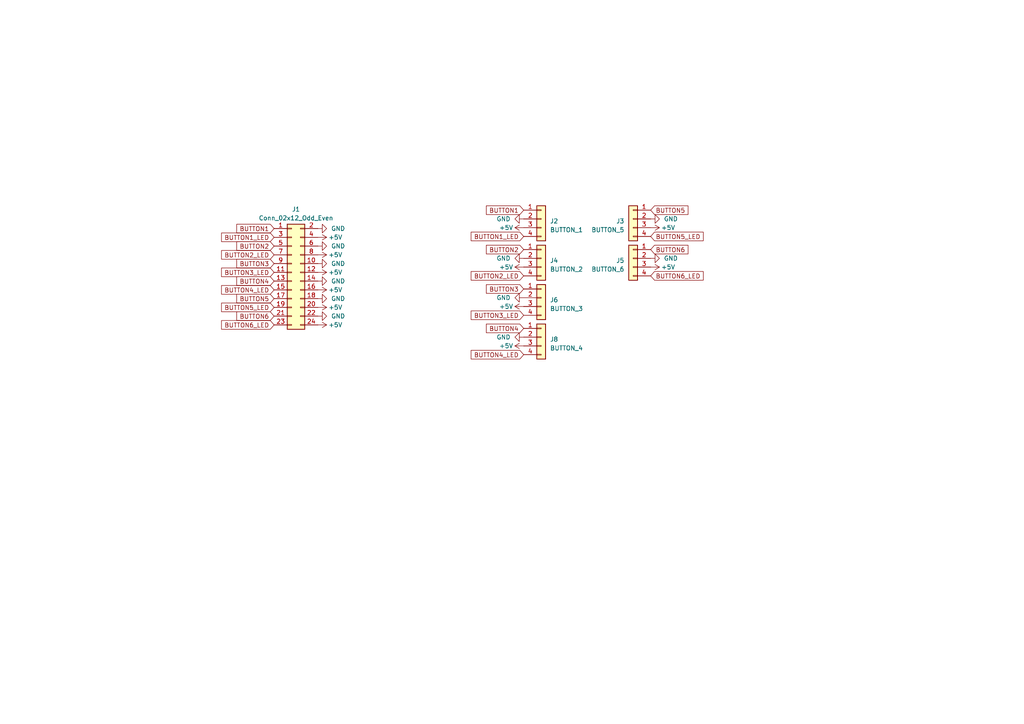
<source format=kicad_sch>
(kicad_sch (version 20230121) (generator eeschema)
  (paper "A4")
  (lib_symbols
    (symbol "Connector_Generic:Conn_01x04" (pin_names (offset 1.016) hide)
      (property "Reference" "J" (at 0 5.08 0))
      (property "Value" "Conn_01x04" (at 0 -7.62 0))
      (symbol "Conn_01x04_1_1"
        (rectangle (start -1.27 -4.953) (end 0 -5.207) (stroke (width 0.1524)))
        (rectangle (start -1.27 -2.413) (end 0 -2.667) (stroke (width 0.1524)))
        (rectangle (start -1.27 0.127) (end 0 -0.127) (stroke (width 0.1524)))
        (rectangle (start -1.27 2.667) (end 0 2.413) (stroke (width 0.1524)))
        (rectangle (start -1.27 3.81) (end 1.27 -6.35) (stroke (width 0.254)) (fill (type background)))
        (pin passive line (at -5.08 2.54 0) (length 3.81) (name "Pin_1") (number "1"))
        (pin passive line (at -5.08 0 0) (length 3.81) (name "Pin_2") (number "2"))
        (pin passive line (at -5.08 -2.54 0) (length 3.81) (name "Pin_3") (number "3"))
        (pin passive line (at -5.08 -5.08 0) (length 3.81) (name "Pin_4") (number "4"))
      )
    )
    (symbol "Connector_Generic:Conn_02x12_Odd_Even" (pin_names (offset 1.016) hide)
      (property "Reference" "J" (at 1.27 15.24 0))
      (property "Value" "Conn_02x12_Odd_Even" (at 1.27 -17.78 0))
      (symbol "Conn_02x12_Odd_Even_1_1"
        (rectangle (start -1.27 -15.113) (end 0 -15.367) (stroke (width 0.1524)))
        (rectangle (start -1.27 -12.573) (end 0 -12.827) (stroke (width 0.1524)))
        (rectangle (start -1.27 -10.033) (end 0 -10.287) (stroke (width 0.1524)))
        (rectangle (start -1.27 -7.493) (end 0 -7.747) (stroke (width 0.1524)))
        (rectangle (start -1.27 -4.953) (end 0 -5.207) (stroke (width 0.1524)))
        (rectangle (start -1.27 -2.413) (end 0 -2.667) (stroke (width 0.1524)))
        (rectangle (start -1.27 0.127) (end 0 -0.127) (stroke (width 0.1524)))
        (rectangle (start -1.27 2.667) (end 0 2.413) (stroke (width 0.1524)))
        (rectangle (start -1.27 5.207) (end 0 4.953) (stroke (width 0.1524)))
        (rectangle (start -1.27 7.747) (end 0 7.493) (stroke (width 0.1524)))
        (rectangle (start -1.27 10.287) (end 0 10.033) (stroke (width 0.1524)))
        (rectangle (start -1.27 12.827) (end 0 12.573) (stroke (width 0.1524)))
        (rectangle (start -1.27 13.97) (end 3.81 -16.51) (stroke (width 0.254)) (fill (type background)))
        (rectangle (start 3.81 -15.113) (end 2.54 -15.367) (stroke (width 0.1524)))
        (rectangle (start 3.81 -12.573) (end 2.54 -12.827) (stroke (width 0.1524)))
        (rectangle (start 3.81 -10.033) (end 2.54 -10.287) (stroke (width 0.1524)))
        (rectangle (start 3.81 -7.493) (end 2.54 -7.747) (stroke (width 0.1524)))
        (rectangle (start 3.81 -4.953) (end 2.54 -5.207) (stroke (width 0.1524)))
        (rectangle (start 3.81 -2.413) (end 2.54 -2.667) (stroke (width 0.1524)))
        (rectangle (start 3.81 0.127) (end 2.54 -0.127) (stroke (width 0.1524)))
        (rectangle (start 3.81 2.667) (end 2.54 2.413) (stroke (width 0.1524)))
        (rectangle (start 3.81 5.207) (end 2.54 4.953) (stroke (width 0.1524)))
        (rectangle (start 3.81 7.747) (end 2.54 7.493) (stroke (width 0.1524)))
        (rectangle (start 3.81 10.287) (end 2.54 10.033) (stroke (width 0.1524)))
        (rectangle (start 3.81 12.827) (end 2.54 12.573) (stroke (width 0.1524)))
        (pin passive line (at -5.08 12.7 0) (length 3.81) (name "Pin_1") (number "1"))
        (pin passive line (at 7.62 2.54 180) (length 3.81) (name "Pin_10") (number "10"))
        (pin passive line (at -5.08 0 0) (length 3.81) (name "Pin_11") (number "11"))
        (pin passive line (at 7.62 0 180) (length 3.81) (name "Pin_12") (number "12"))
        (pin passive line (at -5.08 -2.54 0) (length 3.81) (name "Pin_13") (number "13"))
        (pin passive line (at 7.62 -2.54 180) (length 3.81) (name "Pin_14") (number "14"))
        (pin passive line (at -5.08 -5.08 0) (length 3.81) (name "Pin_15") (number "15"))
        (pin passive line (at 7.62 -5.08 180) (length 3.81) (name "Pin_16") (number "16"))
        (pin passive line (at -5.08 -7.62 0) (length 3.81) (name "Pin_17") (number "17"))
        (pin passive line (at 7.62 -7.62 180) (length 3.81) (name "Pin_18") (number "18"))
        (pin passive line (at -5.08 -10.16 0) (length 3.81) (name "Pin_19") (number "19"))
        (pin passive line (at 7.62 12.7 180) (length 3.81) (name "Pin_2") (number "2"))
        (pin passive line (at 7.62 -10.16 180) (length 3.81) (name "Pin_20") (number "20"))
        (pin passive line (at -5.08 -12.7 0) (length 3.81) (name "Pin_21") (number "21"))
        (pin passive line (at 7.62 -12.7 180) (length 3.81) (name "Pin_22") (number "22"))
        (pin passive line (at -5.08 -15.24 0) (length 3.81) (name "Pin_23") (number "23"))
        (pin passive line (at 7.62 -15.24 180) (length 3.81) (name "Pin_24") (number "24"))
        (pin passive line (at -5.08 10.16 0) (length 3.81) (name "Pin_3") (number "3"))
        (pin passive line (at 7.62 10.16 180) (length 3.81) (name "Pin_4") (number "4"))
        (pin passive line (at -5.08 7.62 0) (length 3.81) (name "Pin_5") (number "5"))
        (pin passive line (at 7.62 7.62 180) (length 3.81) (name "Pin_6") (number "6"))
        (pin passive line (at -5.08 5.08 0) (length 3.81) (name "Pin_7") (number "7"))
        (pin passive line (at 7.62 5.08 180) (length 3.81) (name "Pin_8") (number "8"))
        (pin passive line (at -5.08 2.54 0) (length 3.81) (name "Pin_9") (number "9"))
      )
    )
    (symbol "power:+5V" (power) (pin_names (offset 0))
      (property "Value" "+5V" (at 0 3.556 0))
      (symbol "+5V_0_1"
        (polyline (pts (xy -0.762 1.27) (xy 0 2.54)))
        (polyline (pts (xy 0 0) (xy 0 2.54)))
        (polyline (pts (xy 0 2.54) (xy 0.762 1.27)))
      )
      (symbol "+5V_1_1"
        (pin power_in line (at 0 0 90) (length 0) hide (name "+5V") (number "1"))
      )
    )
    (symbol "power:GND" (power) (pin_names (offset 0))
      (property "Value" "GND" (at 0 -3.81 0))
      (symbol "GND_0_1"
        (polyline (pts (xy 0 0) (xy 0 -1.27) (xy 1.27 -1.27) (xy 0 -2.54) (xy -1.27 -1.27) (xy 0 -1.27)))
      )
      (symbol "GND_1_1"
        (pin power_in line (at 0 0 270) (length 0) hide (name "GND") (number "1"))
      )
    )
  )
  (global_label "BUTTON4" (shape input) (at 79.502 81.534 180) (property "Intersheetrefs" "${INTERSHEET_REFS}" (effects hide)))
  (global_label "BUTTON3_LED" (shape input) (at 151.892 91.44 180) (property "Intersheetrefs" "${INTERSHEET_REFS}" (effects hide)))
  (global_label "BUTTON2_LED" (shape input) (at 151.892 80.01 180) (property "Intersheetrefs" "${INTERSHEET_REFS}" (effects hide)))
  (global_label "BUTTON5" (shape input) (at 188.722 60.96 0) (property "Intersheetrefs" "${INTERSHEET_REFS}" (effects hide)))
  (global_label "BUTTON5_LED" (shape input) (at 188.722 68.58 0) (property "Intersheetrefs" "${INTERSHEET_REFS}" (effects hide)))
  (global_label "BUTTON2" (shape input) (at 79.502 71.374 180) (property "Intersheetrefs" "${INTERSHEET_REFS}" (effects hide)))
  (global_label "BUTTON4_LED" (shape input) (at 151.892 102.87 180) (property "Intersheetrefs" "${INTERSHEET_REFS}" (effects hide)))
  (global_label "BUTTON6_LED" (shape input) (at 79.502 94.234 180) (property "Intersheetrefs" "${INTERSHEET_REFS}" (effects hide)))
  (global_label "BUTTON6_LED" (shape input) (at 188.722 80.01 0) (property "Intersheetrefs" "${INTERSHEET_REFS}" (effects hide)))
  (global_label "BUTTON1_LED" (shape input) (at 151.892 68.58 180) (property "Intersheetrefs" "${INTERSHEET_REFS}" (effects hide)))
  (global_label "BUTTON1_LED" (shape input) (at 79.502 68.834 180) (property "Intersheetrefs" "${INTERSHEET_REFS}" (effects hide)))
  (global_label "BUTTON2_LED" (shape input) (at 79.502 73.914 180) (property "Intersheetrefs" "${INTERSHEET_REFS}" (effects hide)))
  (global_label "BUTTON6" (shape input) (at 188.722 72.39 0) (property "Intersheetrefs" "${INTERSHEET_REFS}" (effects hide)))
  (global_label "BUTTON5" (shape input) (at 79.502 86.614 180) (property "Intersheetrefs" "${INTERSHEET_REFS}" (effects hide)))
  (global_label "BUTTON3_LED" (shape input) (at 79.502 78.994 180) (property "Intersheetrefs" "${INTERSHEET_REFS}" (effects hide)))
  (global_label "BUTTON6" (shape input) (at 79.502 91.694 180) (property "Intersheetrefs" "${INTERSHEET_REFS}" (effects hide)))
  (global_label "BUTTON3" (shape input) (at 79.502 76.454 180) (property "Intersheetrefs" "${INTERSHEET_REFS}" (effects hide)))
  (global_label "BUTTON1" (shape input) (at 151.892 60.96 180) (property "Intersheetrefs" "${INTERSHEET_REFS}" (effects hide)))
  (global_label "BUTTON5_LED" (shape input) (at 79.502 89.154 180) (property "Intersheetrefs" "${INTERSHEET_REFS}" (effects hide)))
  (global_label "BUTTON4_LED" (shape input) (at 79.502 84.074 180) (property "Intersheetrefs" "${INTERSHEET_REFS}" (effects hide)))
  (global_label "BUTTON2" (shape input) (at 151.892 72.39 180) (property "Intersheetrefs" "${INTERSHEET_REFS}" (effects hide)))
  (global_label "BUTTON4" (shape input) (at 151.892 95.25 180) (property "Intersheetrefs" "${INTERSHEET_REFS}" (effects hide)))
  (global_label "BUTTON1" (shape input) (at 79.502 66.294 180) (property "Intersheetrefs" "${INTERSHEET_REFS}" (effects hide)))
  (global_label "BUTTON3" (shape input) (at 151.892 83.82 180) (property "Intersheetrefs" "${INTERSHEET_REFS}" (effects hide)))
  (symbol (lib_id "power:GND") (at 92.202 81.534 90) (unit 1)
    (property "Reference" "#PWR07" (effects hide))
    (property "Value" "GND" (at 96.012 81.534 90) (effects (justify right)))
  )
  (symbol (lib_id "power:+5V") (at 92.202 78.994 270) (unit 1)
    (property "Reference" "#PWR06" (effects hide))
    (property "Value" "+5V" (at 97.282 78.994 90))
  )
  (symbol (lib_id "Connector_Generic:Conn_01x04") (at 183.642 74.93 0) (mirror y) (unit 1)
    (property "Reference" "J5" (at 181.102 75.565 0) (effects (justify left)))
    (property "Value" "BUTTON_6" (at 181.102 78.105 0) (effects (justify left)))
    (property "Footprint" "Connector_JST:JST_XH_B4B-XH-A_1x04_P2.50mm_Vertical" (effects hide))
  )
  (symbol (lib_id "Connector_Generic:Conn_01x04") (at 156.972 63.5 0) (unit 1)
    (property "Reference" "J2" (at 159.512 64.135 0) (effects (justify left)))
    (property "Value" "BUTTON_1" (at 159.512 66.675 0) (effects (justify left)))
    (property "Footprint" "Connector_JST:JST_XH_B4B-XH-A_1x04_P2.50mm_Vertical" (effects hide))
  )
  (symbol (lib_id "power:GND") (at 188.722 63.5 90) (unit 1)
    (property "Reference" "#PWR014" (effects hide))
    (property "Value" "GND" (at 192.532 63.5 90) (effects (justify right)))
  )
  (symbol (lib_id "Connector_Generic:Conn_01x04") (at 156.972 74.93 0) (unit 1)
    (property "Reference" "J4" (at 159.512 75.565 0) (effects (justify left)))
    (property "Value" "BUTTON_2" (at 159.512 78.105 0) (effects (justify left)))
    (property "Footprint" "Connector_JST:JST_XH_B4B-XH-A_1x04_P2.50mm_Vertical" (effects hide))
  )
  (symbol (lib_id "power:GND") (at 151.892 63.5 270) (unit 1)
    (property "Reference" "#PWR013" (effects hide))
    (property "Value" "GND" (at 148.082 63.5 90) (effects (justify right)))
  )
  (symbol (lib_id "power:+5V") (at 151.892 66.04 90) (unit 1)
    (property "Reference" "#PWR015" (effects hide))
    (property "Value" "+5V" (at 146.812 66.04 90))
  )
  (symbol (lib_id "power:+5V") (at 151.892 100.33 90) (unit 1)
    (property "Reference" "#PWR025" (effects hide))
    (property "Value" "+5V" (at 146.812 100.33 90))
  )
  (symbol (lib_id "power:GND") (at 151.892 97.79 270) (unit 1)
    (property "Reference" "#PWR024" (effects hide))
    (property "Value" "GND" (at 148.082 97.79 90) (effects (justify right)))
  )
  (symbol (lib_id "power:GND") (at 151.892 86.36 270) (unit 1)
    (property "Reference" "#PWR021" (effects hide))
    (property "Value" "GND" (at 148.082 86.36 90) (effects (justify right)))
  )
  (symbol (lib_id "power:GND") (at 151.892 74.93 270) (unit 1)
    (property "Reference" "#PWR017" (effects hide))
    (property "Value" "GND" (at 148.082 74.93 90) (effects (justify right)))
  )
  (symbol (lib_id "power:+5V") (at 151.892 88.9 90) (unit 1)
    (property "Reference" "#PWR022" (effects hide))
    (property "Value" "+5V" (at 146.812 88.9 90))
  )
  (symbol (lib_id "power:GND") (at 92.202 91.694 90) (unit 1)
    (property "Reference" "#PWR011" (effects hide))
    (property "Value" "GND" (at 96.012 91.694 90) (effects (justify right)))
  )
  (symbol (lib_id "power:GND") (at 92.202 66.294 90) (unit 1)
    (property "Reference" "#PWR01" (effects hide))
    (property "Value" "GND" (at 96.012 66.294 90) (effects (justify right)))
  )
  (symbol (lib_id "power:+5V") (at 92.202 84.074 270) (unit 1)
    (property "Reference" "#PWR08" (effects hide))
    (property "Value" "+5V" (at 97.282 84.074 90))
  )
  (symbol (lib_id "power:+5V") (at 188.722 77.47 270) (unit 1)
    (property "Reference" "#PWR020" (effects hide))
    (property "Value" "+5V" (at 193.802 77.47 90))
  )
  (symbol (lib_id "power:+5V") (at 151.892 77.47 90) (unit 1)
    (property "Reference" "#PWR019" (effects hide))
    (property "Value" "+5V" (at 146.812 77.47 90))
  )
  (symbol (lib_id "power:GND") (at 92.202 86.614 90) (unit 1)
    (property "Reference" "#PWR09" (effects hide))
    (property "Value" "GND" (at 96.012 86.614 90) (effects (justify right)))
  )
  (symbol (lib_id "Connector_Generic:Conn_01x04") (at 183.642 63.5 0) (mirror y) (unit 1)
    (property "Reference" "J3" (at 181.102 64.135 0) (effects (justify left)))
    (property "Value" "BUTTON_5" (at 181.102 66.675 0) (effects (justify left)))
    (property "Footprint" "Connector_JST:JST_XH_B4B-XH-A_1x04_P2.50mm_Vertical" (effects hide))
  )
  (symbol (lib_id "power:+5V") (at 92.202 73.914 270) (unit 1)
    (property "Reference" "#PWR04" (effects hide))
    (property "Value" "+5V" (at 97.282 73.914 90))
  )
  (symbol (lib_id "Connector_Generic:Conn_02x12_Odd_Even") (at 84.582 78.994 0) (unit 1)
    (property "Reference" "J1" (at 85.852 60.706 0))
    (property "Value" "Conn_02x12_Odd_Even" (at 85.852 63.246 0))
    (property "Footprint" "Connector_IDC:IDC-Header_2x12_P2.54mm_Vertical" (effects hide))
  )
  (symbol (lib_id "power:GND") (at 92.202 71.374 90) (unit 1)
    (property "Reference" "#PWR03" (effects hide))
    (property "Value" "GND" (at 96.012 71.374 90) (effects (justify right)))
  )
  (symbol (lib_id "Connector_Generic:Conn_01x04") (at 156.972 86.36 0) (unit 1)
    (property "Reference" "J6" (at 159.512 86.995 0) (effects (justify left)))
    (property "Value" "BUTTON_3" (at 159.512 89.535 0) (effects (justify left)))
    (property "Footprint" "Connector_JST:JST_XH_B4B-XH-A_1x04_P2.50mm_Vertical" (effects hide))
  )
  (symbol (lib_id "power:+5V") (at 92.202 94.234 270) (unit 1)
    (property "Reference" "#PWR012" (effects hide))
    (property "Value" "+5V" (at 97.282 94.234 90))
  )
  (symbol (lib_id "power:+5V") (at 92.202 68.834 270) (unit 1)
    (property "Reference" "#PWR02" (effects hide))
    (property "Value" "+5V" (at 97.282 68.834 90))
  )
  (symbol (lib_id "power:GND") (at 188.722 74.93 90) (unit 1)
    (property "Reference" "#PWR018" (effects hide))
    (property "Value" "GND" (at 192.532 74.93 90) (effects (justify right)))
  )
  (symbol (lib_id "Connector_Generic:Conn_01x04") (at 156.972 97.79 0) (unit 1)
    (property "Reference" "J8" (at 159.512 98.425 0) (effects (justify left)))
    (property "Value" "BUTTON_4" (at 159.512 100.965 0) (effects (justify left)))
    (property "Footprint" "Connector_JST:JST_XH_B4B-XH-A_1x04_P2.50mm_Vertical" (effects hide))
  )
  (symbol (lib_id "power:GND") (at 92.202 76.454 90) (unit 1)
    (property "Reference" "#PWR05" (effects hide))
    (property "Value" "GND" (at 96.012 76.454 90) (effects (justify right)))
  )
  (symbol (lib_id "power:+5V") (at 92.202 89.154 270) (unit 1)
    (property "Reference" "#PWR010" (effects hide))
    (property "Value" "+5V" (at 97.282 89.154 90))
  )
  (symbol (lib_id "power:+5V") (at 188.722 66.04 270) (unit 1)
    (property "Reference" "#PWR016" (effects hide))
    (property "Value" "+5V" (at 193.802 66.04 90))
  )
)
</source>
